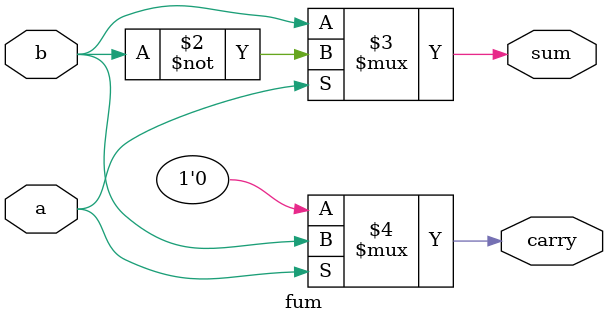
<source format=v>
module fum(input a,b, output reg sum, output reg carry);
always @(*) begin
sum=a?~b:b;
carry=a?b:1'b0;
end
endmodule

</source>
